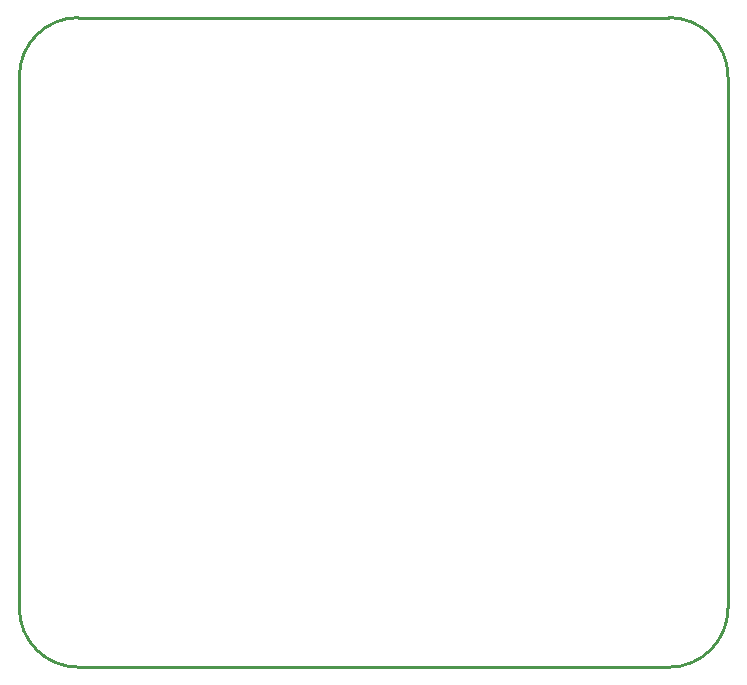
<source format=gko>
G04 Layer_Color=16711935*
%FSLAX24Y24*%
%MOIN*%
G70*
G01*
G75*
%ADD22C,0.0100*%
D22*
X-1969Y0D02*
G03*
X0Y-1969I1969J0D01*
G01*
X19685D02*
G03*
X21654Y0I0J1969D01*
G01*
Y17717D02*
G03*
X19685Y19685I-1969J0D01*
G01*
X0D02*
G03*
X-1969Y17717I0J-1969D01*
G01*
X21654Y0D02*
Y17717D01*
X0Y19685D02*
X19685D01*
X-1969Y0D02*
Y17717D01*
X0Y-1969D02*
X19685D01*
M02*

</source>
